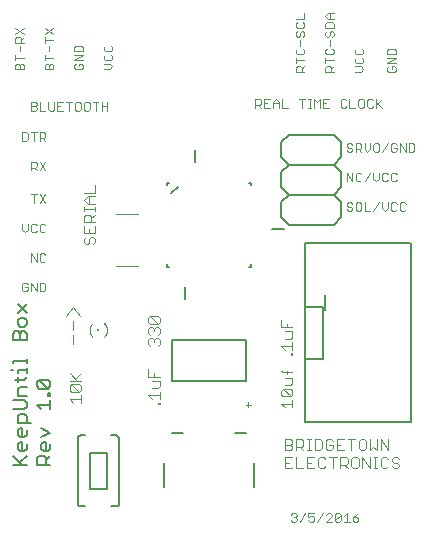
<source format=gto>
G75*
%MOIN*%
%OFA0B0*%
%FSLAX25Y25*%
%IPPOS*%
%LPD*%
%AMOC8*
5,1,8,0,0,1.08239X$1,22.5*
%
%ADD10C,0.00400*%
%ADD11C,0.00300*%
%ADD12C,0.00500*%
%ADD13C,0.00600*%
%ADD14R,0.00787X0.00787*%
%ADD15R,0.00984X0.00591*%
%ADD16C,0.00800*%
D10*
X0030794Y0067427D02*
X0030794Y0070496D01*
X0030794Y0072031D02*
X0030794Y0075100D01*
X0028492Y0076635D02*
X0030794Y0079704D01*
X0033096Y0076635D01*
X0037273Y0074156D02*
X0037196Y0074083D01*
X0037121Y0074008D01*
X0037050Y0073930D01*
X0036981Y0073849D01*
X0036915Y0073766D01*
X0036852Y0073681D01*
X0036793Y0073593D01*
X0036736Y0073504D01*
X0036683Y0073412D01*
X0036633Y0073318D01*
X0036587Y0073223D01*
X0036544Y0073126D01*
X0036505Y0073028D01*
X0036469Y0072928D01*
X0036437Y0072827D01*
X0036409Y0072725D01*
X0036384Y0072622D01*
X0036363Y0072518D01*
X0036346Y0072413D01*
X0036332Y0072308D01*
X0036323Y0072203D01*
X0036317Y0072097D01*
X0036315Y0071991D01*
X0036317Y0071885D01*
X0036323Y0071779D01*
X0036332Y0071674D01*
X0036346Y0071569D01*
X0036363Y0071464D01*
X0036384Y0071360D01*
X0036409Y0071257D01*
X0036437Y0071155D01*
X0036469Y0071054D01*
X0036505Y0070954D01*
X0036544Y0070856D01*
X0036587Y0070759D01*
X0036633Y0070664D01*
X0036683Y0070570D01*
X0036736Y0070478D01*
X0036793Y0070389D01*
X0036852Y0070301D01*
X0036915Y0070216D01*
X0036981Y0070133D01*
X0037050Y0070052D01*
X0037121Y0069974D01*
X0037196Y0069899D01*
X0037273Y0069826D01*
X0041209Y0069826D02*
X0041286Y0069899D01*
X0041361Y0069974D01*
X0041432Y0070052D01*
X0041501Y0070133D01*
X0041567Y0070216D01*
X0041630Y0070301D01*
X0041689Y0070389D01*
X0041746Y0070478D01*
X0041799Y0070570D01*
X0041849Y0070664D01*
X0041895Y0070759D01*
X0041938Y0070856D01*
X0041977Y0070954D01*
X0042013Y0071054D01*
X0042045Y0071155D01*
X0042073Y0071257D01*
X0042098Y0071360D01*
X0042119Y0071464D01*
X0042136Y0071569D01*
X0042150Y0071674D01*
X0042159Y0071779D01*
X0042165Y0071885D01*
X0042167Y0071991D01*
X0042165Y0072097D01*
X0042159Y0072203D01*
X0042150Y0072308D01*
X0042136Y0072413D01*
X0042119Y0072518D01*
X0042098Y0072622D01*
X0042073Y0072725D01*
X0042045Y0072827D01*
X0042013Y0072928D01*
X0041977Y0073028D01*
X0041938Y0073126D01*
X0041895Y0073223D01*
X0041849Y0073318D01*
X0041799Y0073412D01*
X0041746Y0073504D01*
X0041689Y0073593D01*
X0041630Y0073681D01*
X0041567Y0073766D01*
X0041501Y0073849D01*
X0041432Y0073930D01*
X0041361Y0074008D01*
X0041286Y0074083D01*
X0041209Y0074156D01*
X0045068Y0093250D02*
X0052548Y0093250D01*
X0052548Y0110573D02*
X0045068Y0110573D01*
X0042989Y0158962D02*
X0041120Y0158962D01*
X0041120Y0160830D02*
X0042989Y0160830D01*
X0043923Y0159896D01*
X0042989Y0158962D01*
X0043456Y0161909D02*
X0041588Y0161909D01*
X0041120Y0162376D01*
X0041120Y0163310D01*
X0041588Y0163777D01*
X0041588Y0164855D02*
X0043456Y0164855D01*
X0043923Y0165322D01*
X0043923Y0166256D01*
X0043456Y0166723D01*
X0041588Y0166723D02*
X0041120Y0166256D01*
X0041120Y0165322D01*
X0041588Y0164855D01*
X0043456Y0163777D02*
X0043923Y0163310D01*
X0043923Y0162376D01*
X0043456Y0161909D01*
X0034080Y0161909D02*
X0031278Y0161909D01*
X0034080Y0163777D01*
X0031278Y0163777D01*
X0031278Y0164855D02*
X0031278Y0166256D01*
X0031745Y0166723D01*
X0033613Y0166723D01*
X0034080Y0166256D01*
X0034080Y0164855D01*
X0031278Y0164855D01*
X0031745Y0160830D02*
X0031278Y0160363D01*
X0031278Y0159429D01*
X0031745Y0158962D01*
X0033613Y0158962D01*
X0034080Y0159429D01*
X0034080Y0160363D01*
X0033613Y0160830D01*
X0032679Y0160830D01*
X0032679Y0159896D01*
X0024238Y0160363D02*
X0024238Y0158962D01*
X0021435Y0158962D01*
X0021435Y0160363D01*
X0021902Y0160830D01*
X0022370Y0160830D01*
X0022837Y0160363D01*
X0022837Y0158962D01*
X0022837Y0160363D02*
X0023304Y0160830D01*
X0023771Y0160830D01*
X0024238Y0160363D01*
X0024238Y0162843D02*
X0021435Y0162843D01*
X0021435Y0161909D02*
X0021435Y0163777D01*
X0022837Y0164855D02*
X0022837Y0166723D01*
X0021435Y0167802D02*
X0021435Y0169670D01*
X0021435Y0168736D02*
X0024238Y0168736D01*
X0024238Y0170748D02*
X0021435Y0172617D01*
X0021435Y0170748D02*
X0024238Y0172617D01*
X0014395Y0172617D02*
X0011593Y0170748D01*
X0012060Y0169670D02*
X0011593Y0169203D01*
X0011593Y0167802D01*
X0014395Y0167802D01*
X0013461Y0167802D02*
X0013461Y0169203D01*
X0012994Y0169670D01*
X0012060Y0169670D01*
X0013461Y0168736D02*
X0014395Y0169670D01*
X0014395Y0170748D02*
X0011593Y0172617D01*
X0012994Y0166723D02*
X0012994Y0164855D01*
X0011593Y0163777D02*
X0011593Y0161909D01*
X0011593Y0162843D02*
X0014395Y0162843D01*
X0013928Y0160830D02*
X0014395Y0160363D01*
X0014395Y0158962D01*
X0011593Y0158962D01*
X0011593Y0160363D01*
X0012060Y0160830D01*
X0012527Y0160830D01*
X0012994Y0160363D01*
X0012994Y0158962D01*
X0012994Y0160363D02*
X0013461Y0160830D01*
X0013928Y0160830D01*
X0105097Y0160924D02*
X0105097Y0162793D01*
X0105097Y0161859D02*
X0107899Y0161859D01*
X0107899Y0159846D02*
X0106965Y0158912D01*
X0106965Y0159379D02*
X0106965Y0157978D01*
X0107899Y0157978D02*
X0105097Y0157978D01*
X0105097Y0159379D01*
X0105564Y0159846D01*
X0106498Y0159846D01*
X0106965Y0159379D01*
X0107432Y0163871D02*
X0105564Y0163871D01*
X0105097Y0164338D01*
X0105097Y0165272D01*
X0105564Y0165739D01*
X0106498Y0166818D02*
X0106498Y0168686D01*
X0106031Y0169764D02*
X0105564Y0169764D01*
X0105097Y0170231D01*
X0105097Y0171165D01*
X0105564Y0171632D01*
X0106498Y0171165D02*
X0106965Y0171632D01*
X0107432Y0171632D01*
X0107899Y0171165D01*
X0107899Y0170231D01*
X0107432Y0169764D01*
X0106498Y0170231D02*
X0106498Y0171165D01*
X0106498Y0170231D02*
X0106031Y0169764D01*
X0105564Y0172711D02*
X0107432Y0172711D01*
X0107899Y0173178D01*
X0107899Y0174112D01*
X0107432Y0174579D01*
X0107899Y0175657D02*
X0105097Y0175657D01*
X0105564Y0174579D02*
X0105097Y0174112D01*
X0105097Y0173178D01*
X0105564Y0172711D01*
X0107899Y0175657D02*
X0107899Y0177525D01*
X0114939Y0176591D02*
X0115873Y0177525D01*
X0117742Y0177525D01*
X0116341Y0177525D02*
X0116341Y0175657D01*
X0115873Y0175657D02*
X0114939Y0176591D01*
X0115873Y0175657D02*
X0117742Y0175657D01*
X0117275Y0174579D02*
X0115406Y0174579D01*
X0114939Y0174112D01*
X0114939Y0172711D01*
X0117742Y0172711D01*
X0117742Y0174112D01*
X0117275Y0174579D01*
X0117275Y0171632D02*
X0117742Y0171165D01*
X0117742Y0170231D01*
X0117275Y0169764D01*
X0116341Y0170231D02*
X0116341Y0171165D01*
X0116808Y0171632D01*
X0117275Y0171632D01*
X0116341Y0170231D02*
X0115873Y0169764D01*
X0115406Y0169764D01*
X0114939Y0170231D01*
X0114939Y0171165D01*
X0115406Y0171632D01*
X0116341Y0168686D02*
X0116341Y0166818D01*
X0117275Y0165739D02*
X0117742Y0165272D01*
X0117742Y0164338D01*
X0117275Y0163871D01*
X0115406Y0163871D01*
X0114939Y0164338D01*
X0114939Y0165272D01*
X0115406Y0165739D01*
X0114939Y0162793D02*
X0114939Y0160924D01*
X0114939Y0161859D02*
X0117742Y0161859D01*
X0117742Y0159846D02*
X0116808Y0158912D01*
X0116808Y0159379D02*
X0116808Y0157978D01*
X0117742Y0157978D02*
X0114939Y0157978D01*
X0114939Y0159379D01*
X0115406Y0159846D01*
X0116341Y0159846D01*
X0116808Y0159379D01*
X0124782Y0159846D02*
X0126650Y0159846D01*
X0127584Y0158912D01*
X0126650Y0157978D01*
X0124782Y0157978D01*
X0125249Y0160924D02*
X0127117Y0160924D01*
X0127584Y0161392D01*
X0127584Y0162326D01*
X0127117Y0162793D01*
X0127117Y0163871D02*
X0127584Y0164338D01*
X0127584Y0165272D01*
X0127117Y0165739D01*
X0127117Y0163871D02*
X0125249Y0163871D01*
X0124782Y0164338D01*
X0124782Y0165272D01*
X0125249Y0165739D01*
X0125249Y0162793D02*
X0124782Y0162326D01*
X0124782Y0161392D01*
X0125249Y0160924D01*
X0135609Y0160924D02*
X0138411Y0162793D01*
X0135609Y0162793D01*
X0135609Y0163871D02*
X0135609Y0165272D01*
X0136076Y0165739D01*
X0137944Y0165739D01*
X0138411Y0165272D01*
X0138411Y0163871D01*
X0135609Y0163871D01*
X0135609Y0160924D02*
X0138411Y0160924D01*
X0137944Y0159846D02*
X0137010Y0159846D01*
X0137010Y0158912D01*
X0136076Y0157978D02*
X0137944Y0157978D01*
X0138411Y0158445D01*
X0138411Y0159379D01*
X0137944Y0159846D01*
X0136076Y0159846D02*
X0135609Y0159379D01*
X0135609Y0158445D01*
X0136076Y0157978D01*
X0135733Y0134206D02*
X0133865Y0131403D01*
X0132787Y0131870D02*
X0132787Y0133738D01*
X0132319Y0134206D01*
X0131385Y0134206D01*
X0130918Y0133738D01*
X0130918Y0131870D01*
X0131385Y0131403D01*
X0132319Y0131403D01*
X0132787Y0131870D01*
X0129840Y0132337D02*
X0129840Y0134206D01*
X0127972Y0134206D02*
X0127972Y0132337D01*
X0128906Y0131403D01*
X0129840Y0132337D01*
X0126894Y0132804D02*
X0126426Y0132337D01*
X0125025Y0132337D01*
X0125025Y0131403D02*
X0125025Y0134206D01*
X0126426Y0134206D01*
X0126894Y0133738D01*
X0126894Y0132804D01*
X0125959Y0132337D02*
X0126894Y0131403D01*
X0123947Y0131870D02*
X0123480Y0131403D01*
X0122546Y0131403D01*
X0122079Y0131870D01*
X0122546Y0132804D02*
X0122079Y0133271D01*
X0122079Y0133738D01*
X0122546Y0134206D01*
X0123480Y0134206D01*
X0123947Y0133738D01*
X0123480Y0132804D02*
X0123947Y0132337D01*
X0123947Y0131870D01*
X0123480Y0132804D02*
X0122546Y0132804D01*
X0122079Y0124363D02*
X0123947Y0121561D01*
X0123947Y0124363D01*
X0125025Y0123896D02*
X0125025Y0122028D01*
X0125492Y0121561D01*
X0126426Y0121561D01*
X0126894Y0122028D01*
X0127972Y0121561D02*
X0129840Y0124363D01*
X0130918Y0124363D02*
X0130918Y0122495D01*
X0131852Y0121561D01*
X0132787Y0122495D01*
X0132787Y0124363D01*
X0133865Y0123896D02*
X0133865Y0122028D01*
X0134332Y0121561D01*
X0135266Y0121561D01*
X0135733Y0122028D01*
X0136811Y0122028D02*
X0137278Y0121561D01*
X0138213Y0121561D01*
X0138680Y0122028D01*
X0138680Y0123896D02*
X0138213Y0124363D01*
X0137278Y0124363D01*
X0136811Y0123896D01*
X0136811Y0122028D01*
X0135733Y0123896D02*
X0135266Y0124363D01*
X0134332Y0124363D01*
X0133865Y0123896D01*
X0126894Y0123896D02*
X0126426Y0124363D01*
X0125492Y0124363D01*
X0125025Y0123896D01*
X0122079Y0124363D02*
X0122079Y0121561D01*
X0122546Y0114520D02*
X0122079Y0114053D01*
X0122079Y0113586D01*
X0122546Y0113119D01*
X0123480Y0113119D01*
X0123947Y0112652D01*
X0123947Y0112185D01*
X0123480Y0111718D01*
X0122546Y0111718D01*
X0122079Y0112185D01*
X0122546Y0114520D02*
X0123480Y0114520D01*
X0123947Y0114053D01*
X0125025Y0114053D02*
X0125025Y0112185D01*
X0125492Y0111718D01*
X0126426Y0111718D01*
X0126894Y0112185D01*
X0126894Y0114053D01*
X0126426Y0114520D01*
X0125492Y0114520D01*
X0125025Y0114053D01*
X0127972Y0114520D02*
X0127972Y0111718D01*
X0129840Y0111718D01*
X0130918Y0111718D02*
X0132787Y0114520D01*
X0133865Y0114520D02*
X0133865Y0112652D01*
X0134799Y0111718D01*
X0135733Y0112652D01*
X0135733Y0114520D01*
X0136811Y0114053D02*
X0136811Y0112185D01*
X0137278Y0111718D01*
X0138213Y0111718D01*
X0138680Y0112185D01*
X0139758Y0112185D02*
X0139758Y0114053D01*
X0140225Y0114520D01*
X0141159Y0114520D01*
X0141626Y0114053D01*
X0141626Y0112185D02*
X0141159Y0111718D01*
X0140225Y0111718D01*
X0139758Y0112185D01*
X0138680Y0114053D02*
X0138213Y0114520D01*
X0137278Y0114520D01*
X0136811Y0114053D01*
X0137278Y0131403D02*
X0138213Y0131403D01*
X0138680Y0131870D01*
X0138680Y0132804D01*
X0137745Y0132804D01*
X0136811Y0131870D02*
X0137278Y0131403D01*
X0136811Y0131870D02*
X0136811Y0133738D01*
X0137278Y0134206D01*
X0138213Y0134206D01*
X0138680Y0133738D01*
X0139758Y0134206D02*
X0139758Y0131403D01*
X0141626Y0131403D02*
X0139758Y0134206D01*
X0141626Y0134206D02*
X0141626Y0131403D01*
X0142704Y0131403D02*
X0142704Y0134206D01*
X0144106Y0134206D01*
X0144573Y0133738D01*
X0144573Y0131870D01*
X0144106Y0131403D01*
X0142704Y0131403D01*
X0107899Y0164338D02*
X0107899Y0165272D01*
X0107432Y0165739D01*
X0107899Y0164338D02*
X0107432Y0163871D01*
X0106977Y0035534D02*
X0105176Y0035534D01*
X0105176Y0031931D01*
X0105176Y0033132D02*
X0106977Y0033132D01*
X0107578Y0033732D01*
X0107578Y0034933D01*
X0106977Y0035534D01*
X0108859Y0035534D02*
X0110060Y0035534D01*
X0109459Y0035534D02*
X0109459Y0031931D01*
X0108859Y0031931D02*
X0110060Y0031931D01*
X0111314Y0031931D02*
X0113116Y0031931D01*
X0113716Y0032531D01*
X0113716Y0034933D01*
X0113116Y0035534D01*
X0111314Y0035534D01*
X0111314Y0031931D01*
X0111261Y0029534D02*
X0108859Y0029534D01*
X0108859Y0025931D01*
X0111261Y0025931D01*
X0112542Y0026531D02*
X0112542Y0028933D01*
X0113143Y0029534D01*
X0114344Y0029534D01*
X0114944Y0028933D01*
X0116225Y0029534D02*
X0118627Y0029534D01*
X0117426Y0029534D02*
X0117426Y0025931D01*
X0114944Y0026531D02*
X0114344Y0025931D01*
X0113143Y0025931D01*
X0112542Y0026531D01*
X0110060Y0027732D02*
X0108859Y0027732D01*
X0107578Y0025931D02*
X0105176Y0025931D01*
X0105176Y0029534D01*
X0103895Y0029534D02*
X0101493Y0029534D01*
X0101493Y0025931D01*
X0103895Y0025931D01*
X0102694Y0027732D02*
X0101493Y0027732D01*
X0101493Y0031931D02*
X0103294Y0031931D01*
X0103895Y0032531D01*
X0103895Y0033132D01*
X0103294Y0033732D01*
X0101493Y0033732D01*
X0101493Y0031931D02*
X0101493Y0035534D01*
X0103294Y0035534D01*
X0103895Y0034933D01*
X0103895Y0034333D01*
X0103294Y0033732D01*
X0106377Y0033132D02*
X0107578Y0031931D01*
X0114997Y0032531D02*
X0115598Y0031931D01*
X0116799Y0031931D01*
X0117400Y0032531D01*
X0117400Y0033732D01*
X0116198Y0033732D01*
X0114997Y0034933D02*
X0114997Y0032531D01*
X0114997Y0034933D02*
X0115598Y0035534D01*
X0116799Y0035534D01*
X0117400Y0034933D01*
X0118681Y0035534D02*
X0118681Y0031931D01*
X0121083Y0031931D01*
X0119882Y0033732D02*
X0118681Y0033732D01*
X0118681Y0035534D02*
X0121083Y0035534D01*
X0122364Y0035534D02*
X0124766Y0035534D01*
X0123565Y0035534D02*
X0123565Y0031931D01*
X0124192Y0029534D02*
X0123591Y0028933D01*
X0123591Y0026531D01*
X0124192Y0025931D01*
X0125393Y0025931D01*
X0125994Y0026531D01*
X0125994Y0028933D01*
X0125393Y0029534D01*
X0124192Y0029534D01*
X0126647Y0031931D02*
X0127848Y0031931D01*
X0128449Y0032531D01*
X0128449Y0034933D01*
X0127848Y0035534D01*
X0126647Y0035534D01*
X0126047Y0034933D01*
X0126047Y0032531D01*
X0126647Y0031931D01*
X0127275Y0029534D02*
X0129677Y0025931D01*
X0129677Y0029534D01*
X0130958Y0029534D02*
X0132159Y0029534D01*
X0131558Y0029534D02*
X0131558Y0025931D01*
X0130958Y0025931D02*
X0132159Y0025931D01*
X0133413Y0026531D02*
X0133413Y0028933D01*
X0134014Y0029534D01*
X0135215Y0029534D01*
X0135815Y0028933D01*
X0137096Y0028933D02*
X0137096Y0028333D01*
X0137697Y0027732D01*
X0138898Y0027732D01*
X0139498Y0027132D01*
X0139498Y0026531D01*
X0138898Y0025931D01*
X0137697Y0025931D01*
X0137096Y0026531D01*
X0135815Y0026531D02*
X0135215Y0025931D01*
X0134014Y0025931D01*
X0133413Y0026531D01*
X0137096Y0028933D02*
X0137697Y0029534D01*
X0138898Y0029534D01*
X0139498Y0028933D01*
X0135815Y0031931D02*
X0135815Y0035534D01*
X0133413Y0035534D02*
X0135815Y0031931D01*
X0133413Y0031931D02*
X0133413Y0035534D01*
X0132132Y0035534D02*
X0132132Y0031931D01*
X0130931Y0033132D01*
X0129730Y0031931D01*
X0129730Y0035534D01*
X0127275Y0029534D02*
X0127275Y0025931D01*
X0122310Y0025931D02*
X0121109Y0027132D01*
X0121710Y0027132D02*
X0119908Y0027132D01*
X0119908Y0025931D02*
X0119908Y0029534D01*
X0121710Y0029534D01*
X0122310Y0028933D01*
X0122310Y0027732D01*
X0121710Y0027132D01*
D11*
X0122024Y0010977D02*
X0122024Y0008074D01*
X0121057Y0008074D02*
X0122992Y0008074D01*
X0124003Y0008558D02*
X0124003Y0009526D01*
X0125455Y0009526D01*
X0125938Y0009042D01*
X0125938Y0008558D01*
X0125455Y0008074D01*
X0124487Y0008074D01*
X0124003Y0008558D01*
X0124003Y0009526D02*
X0124971Y0010493D01*
X0125938Y0010977D01*
X0122024Y0010977D02*
X0121057Y0010009D01*
X0120045Y0010493D02*
X0120045Y0008558D01*
X0119562Y0008074D01*
X0118594Y0008074D01*
X0118110Y0008558D01*
X0120045Y0010493D01*
X0119562Y0010977D01*
X0118594Y0010977D01*
X0118110Y0010493D01*
X0118110Y0008558D01*
X0117099Y0008074D02*
X0115164Y0008074D01*
X0117099Y0010009D01*
X0117099Y0010493D01*
X0116615Y0010977D01*
X0115648Y0010977D01*
X0115164Y0010493D01*
X0114152Y0010977D02*
X0112217Y0008074D01*
X0111206Y0008558D02*
X0111206Y0009526D01*
X0110722Y0010009D01*
X0110238Y0010009D01*
X0109271Y0009526D01*
X0109271Y0010977D01*
X0111206Y0010977D01*
X0111206Y0008558D02*
X0110722Y0008074D01*
X0109755Y0008074D01*
X0109271Y0008558D01*
X0108259Y0010977D02*
X0106324Y0008074D01*
X0105313Y0008558D02*
X0104829Y0008074D01*
X0103862Y0008074D01*
X0103378Y0008558D01*
X0104345Y0009526D02*
X0104829Y0009526D01*
X0105313Y0009042D01*
X0105313Y0008558D01*
X0104829Y0009526D02*
X0105313Y0010009D01*
X0105313Y0010493D01*
X0104829Y0010977D01*
X0103862Y0010977D01*
X0103378Y0010493D01*
X0103933Y0046196D02*
X0103933Y0048664D01*
X0103933Y0047430D02*
X0100230Y0047430D01*
X0101465Y0046196D01*
X0100848Y0049879D02*
X0100230Y0050496D01*
X0100230Y0051730D01*
X0100848Y0052348D01*
X0103316Y0049879D01*
X0103933Y0050496D01*
X0103933Y0051730D01*
X0103316Y0052348D01*
X0100848Y0052348D01*
X0101465Y0053562D02*
X0103316Y0053562D01*
X0103933Y0054179D01*
X0103933Y0056031D01*
X0101465Y0056031D01*
X0102082Y0057245D02*
X0102082Y0058479D01*
X0100848Y0057862D02*
X0100230Y0058479D01*
X0100848Y0057862D02*
X0103933Y0057862D01*
X0103933Y0063637D02*
X0103933Y0064254D01*
X0103316Y0064254D01*
X0103316Y0063637D01*
X0103933Y0063637D01*
X0103933Y0065478D02*
X0103933Y0067947D01*
X0103933Y0066713D02*
X0100230Y0066713D01*
X0101465Y0065478D01*
X0101465Y0069161D02*
X0103316Y0069161D01*
X0103933Y0069779D01*
X0103933Y0071630D01*
X0101465Y0071630D01*
X0102082Y0072844D02*
X0102082Y0074079D01*
X0103933Y0072844D02*
X0100230Y0072844D01*
X0100230Y0075313D01*
X0100848Y0049879D02*
X0103316Y0049879D01*
X0090233Y0047174D02*
X0088298Y0047174D01*
X0089265Y0046207D02*
X0089265Y0048142D01*
X0059642Y0047797D02*
X0059642Y0047180D01*
X0059025Y0047180D01*
X0059025Y0047797D01*
X0059642Y0047797D01*
X0059642Y0049021D02*
X0059642Y0051490D01*
X0059642Y0050256D02*
X0055939Y0050256D01*
X0057173Y0049021D01*
X0057173Y0052705D02*
X0059025Y0052705D01*
X0059642Y0053322D01*
X0059642Y0055173D01*
X0057173Y0055173D01*
X0057791Y0056388D02*
X0057791Y0057622D01*
X0059642Y0056388D02*
X0055939Y0056388D01*
X0055939Y0058857D01*
X0056556Y0066767D02*
X0055939Y0067384D01*
X0055939Y0068618D01*
X0056556Y0069235D01*
X0057173Y0069235D01*
X0057791Y0068618D01*
X0058408Y0069235D01*
X0059025Y0069235D01*
X0059642Y0068618D01*
X0059642Y0067384D01*
X0059025Y0066767D01*
X0057791Y0068001D02*
X0057791Y0068618D01*
X0059025Y0070450D02*
X0059642Y0071067D01*
X0059642Y0072301D01*
X0059025Y0072918D01*
X0058408Y0072918D01*
X0057791Y0072301D01*
X0057791Y0071684D01*
X0057791Y0072301D02*
X0057173Y0072918D01*
X0056556Y0072918D01*
X0055939Y0072301D01*
X0055939Y0071067D01*
X0056556Y0070450D01*
X0056556Y0074133D02*
X0055939Y0074750D01*
X0055939Y0075984D01*
X0056556Y0076602D01*
X0059025Y0074133D01*
X0059642Y0074750D01*
X0059642Y0075984D01*
X0059025Y0076602D01*
X0056556Y0076602D01*
X0056556Y0074133D02*
X0059025Y0074133D01*
X0037513Y0100639D02*
X0038130Y0101257D01*
X0038130Y0102491D01*
X0037513Y0103108D01*
X0036896Y0103108D01*
X0036279Y0102491D01*
X0036279Y0101257D01*
X0035662Y0100639D01*
X0035044Y0100639D01*
X0034427Y0101257D01*
X0034427Y0102491D01*
X0035044Y0103108D01*
X0034427Y0104323D02*
X0038130Y0104323D01*
X0038130Y0106791D01*
X0038130Y0108006D02*
X0034427Y0108006D01*
X0034427Y0109857D01*
X0035044Y0110475D01*
X0036279Y0110475D01*
X0036896Y0109857D01*
X0036896Y0108006D01*
X0036896Y0109240D02*
X0038130Y0110475D01*
X0038130Y0111689D02*
X0038130Y0112923D01*
X0038130Y0112306D02*
X0034427Y0112306D01*
X0034427Y0111689D02*
X0034427Y0112923D01*
X0035662Y0114144D02*
X0034427Y0115379D01*
X0035662Y0116613D01*
X0038130Y0116613D01*
X0038130Y0117827D02*
X0038130Y0120296D01*
X0038130Y0117827D02*
X0034427Y0117827D01*
X0036279Y0116613D02*
X0036279Y0114144D01*
X0035662Y0114144D02*
X0038130Y0114144D01*
X0034427Y0106791D02*
X0034427Y0104323D01*
X0036279Y0104323D02*
X0036279Y0105557D01*
X0021608Y0105015D02*
X0021124Y0104531D01*
X0020157Y0104531D01*
X0019673Y0105015D01*
X0019673Y0106950D01*
X0020157Y0107434D01*
X0021124Y0107434D01*
X0021608Y0106950D01*
X0018661Y0106950D02*
X0018177Y0107434D01*
X0017210Y0107434D01*
X0016726Y0106950D01*
X0016726Y0105015D01*
X0017210Y0104531D01*
X0018177Y0104531D01*
X0018661Y0105015D01*
X0015715Y0105499D02*
X0015715Y0107434D01*
X0013780Y0107434D02*
X0013780Y0105499D01*
X0014747Y0104531D01*
X0015715Y0105499D01*
X0016726Y0097591D02*
X0018661Y0094689D01*
X0018661Y0097591D01*
X0019673Y0097107D02*
X0019673Y0095172D01*
X0020157Y0094689D01*
X0021124Y0094689D01*
X0021608Y0095172D01*
X0021608Y0097107D02*
X0021124Y0097591D01*
X0020157Y0097591D01*
X0019673Y0097107D01*
X0016726Y0097591D02*
X0016726Y0094689D01*
X0016726Y0087749D02*
X0018661Y0084846D01*
X0018661Y0087749D01*
X0019673Y0087749D02*
X0019673Y0084846D01*
X0021124Y0084846D01*
X0021608Y0085330D01*
X0021608Y0087265D01*
X0021124Y0087749D01*
X0019673Y0087749D01*
X0016726Y0087749D02*
X0016726Y0084846D01*
X0015715Y0085330D02*
X0015715Y0086297D01*
X0014747Y0086297D01*
X0013780Y0085330D02*
X0014263Y0084846D01*
X0015231Y0084846D01*
X0015715Y0085330D01*
X0015715Y0087265D02*
X0015231Y0087749D01*
X0014263Y0087749D01*
X0013780Y0087265D01*
X0013780Y0085330D01*
X0029640Y0057546D02*
X0032109Y0055078D01*
X0031491Y0055695D02*
X0033343Y0057546D01*
X0033343Y0055078D02*
X0029640Y0055078D01*
X0030257Y0053863D02*
X0029640Y0053246D01*
X0029640Y0052012D01*
X0030257Y0051395D01*
X0032726Y0051395D01*
X0030257Y0053863D01*
X0032726Y0053863D01*
X0033343Y0053246D01*
X0033343Y0052012D01*
X0032726Y0051395D01*
X0033343Y0050180D02*
X0033343Y0047711D01*
X0033343Y0048946D02*
X0029640Y0048946D01*
X0030874Y0047711D01*
X0021608Y0114374D02*
X0019673Y0117276D01*
X0018661Y0117276D02*
X0016726Y0117276D01*
X0017694Y0117276D02*
X0017694Y0114374D01*
X0019673Y0114374D02*
X0021608Y0117276D01*
X0021608Y0125200D02*
X0019673Y0128103D01*
X0018661Y0127619D02*
X0018661Y0126652D01*
X0018177Y0126168D01*
X0016726Y0126168D01*
X0016726Y0125200D02*
X0016726Y0128103D01*
X0018177Y0128103D01*
X0018661Y0127619D01*
X0017694Y0126168D02*
X0018661Y0125200D01*
X0019673Y0125200D02*
X0021608Y0128103D01*
X0021608Y0135043D02*
X0020640Y0136010D01*
X0021124Y0136010D02*
X0019673Y0136010D01*
X0019673Y0135043D02*
X0019673Y0137945D01*
X0021124Y0137945D01*
X0021608Y0137462D01*
X0021608Y0136494D01*
X0021124Y0136010D01*
X0018661Y0137945D02*
X0016726Y0137945D01*
X0017694Y0137945D02*
X0017694Y0135043D01*
X0015715Y0135527D02*
X0015715Y0137462D01*
X0015231Y0137945D01*
X0013780Y0137945D01*
X0013780Y0135043D01*
X0015231Y0135043D01*
X0015715Y0135527D01*
X0016714Y0145133D02*
X0018165Y0145133D01*
X0018649Y0145616D01*
X0018649Y0146100D01*
X0018165Y0146584D01*
X0016714Y0146584D01*
X0018165Y0146584D02*
X0018649Y0147068D01*
X0018649Y0147551D01*
X0018165Y0148035D01*
X0016714Y0148035D01*
X0016714Y0145133D01*
X0019660Y0145133D02*
X0019660Y0148035D01*
X0019660Y0145133D02*
X0021595Y0145133D01*
X0022607Y0145616D02*
X0023091Y0145133D01*
X0024058Y0145133D01*
X0024542Y0145616D01*
X0024542Y0148035D01*
X0025553Y0148035D02*
X0025553Y0145133D01*
X0027488Y0145133D01*
X0026521Y0146584D02*
X0025553Y0146584D01*
X0025553Y0148035D02*
X0027488Y0148035D01*
X0028500Y0148035D02*
X0030435Y0148035D01*
X0029467Y0148035D02*
X0029467Y0145133D01*
X0031446Y0145616D02*
X0031446Y0147551D01*
X0031930Y0148035D01*
X0032898Y0148035D01*
X0033381Y0147551D01*
X0033381Y0145616D01*
X0032898Y0145133D01*
X0031930Y0145133D01*
X0031446Y0145616D01*
X0034393Y0145616D02*
X0034877Y0145133D01*
X0035844Y0145133D01*
X0036328Y0145616D01*
X0036328Y0147551D01*
X0035844Y0148035D01*
X0034877Y0148035D01*
X0034393Y0147551D01*
X0034393Y0145616D01*
X0037339Y0148035D02*
X0039274Y0148035D01*
X0038307Y0148035D02*
X0038307Y0145133D01*
X0040286Y0145133D02*
X0040286Y0148035D01*
X0040286Y0146584D02*
X0042221Y0146584D01*
X0042221Y0148035D02*
X0042221Y0145133D01*
X0022607Y0145616D02*
X0022607Y0148035D01*
X0091517Y0147084D02*
X0092968Y0147084D01*
X0093452Y0147568D01*
X0093452Y0148536D01*
X0092968Y0149019D01*
X0091517Y0149019D01*
X0091517Y0146117D01*
X0092484Y0147084D02*
X0093452Y0146117D01*
X0094463Y0146117D02*
X0094463Y0149019D01*
X0096398Y0149019D01*
X0097410Y0148052D02*
X0097410Y0146117D01*
X0096398Y0146117D02*
X0094463Y0146117D01*
X0094463Y0147568D02*
X0095431Y0147568D01*
X0097410Y0147568D02*
X0099345Y0147568D01*
X0099345Y0148052D02*
X0099345Y0146117D01*
X0100356Y0146117D02*
X0100356Y0149019D01*
X0099345Y0148052D02*
X0098377Y0149019D01*
X0097410Y0148052D01*
X0100356Y0146117D02*
X0102291Y0146117D01*
X0106250Y0149019D02*
X0108184Y0149019D01*
X0107217Y0149019D02*
X0107217Y0146117D01*
X0109196Y0146117D02*
X0110164Y0146117D01*
X0109680Y0146117D02*
X0109680Y0149019D01*
X0109196Y0149019D02*
X0110164Y0149019D01*
X0111160Y0149019D02*
X0111160Y0146117D01*
X0113095Y0146117D02*
X0113095Y0149019D01*
X0112128Y0148052D01*
X0111160Y0149019D01*
X0114107Y0149019D02*
X0114107Y0146117D01*
X0116042Y0146117D01*
X0115074Y0147568D02*
X0114107Y0147568D01*
X0114107Y0149019D02*
X0116042Y0149019D01*
X0120000Y0148536D02*
X0120000Y0146601D01*
X0120484Y0146117D01*
X0121451Y0146117D01*
X0121935Y0146601D01*
X0122946Y0146117D02*
X0122946Y0149019D01*
X0121935Y0148536D02*
X0121451Y0149019D01*
X0120484Y0149019D01*
X0120000Y0148536D01*
X0122946Y0146117D02*
X0124881Y0146117D01*
X0125893Y0146601D02*
X0125893Y0148536D01*
X0126377Y0149019D01*
X0127344Y0149019D01*
X0127828Y0148536D01*
X0127828Y0146601D01*
X0127344Y0146117D01*
X0126377Y0146117D01*
X0125893Y0146601D01*
X0128839Y0146601D02*
X0129323Y0146117D01*
X0130291Y0146117D01*
X0130774Y0146601D01*
X0131786Y0147084D02*
X0133721Y0149019D01*
X0131786Y0149019D02*
X0131786Y0146117D01*
X0132270Y0147568D02*
X0133721Y0146117D01*
X0130774Y0148536D02*
X0130291Y0149019D01*
X0129323Y0149019D01*
X0128839Y0148536D01*
X0128839Y0146601D01*
D12*
X0015330Y0027122D02*
X0010826Y0027122D01*
X0013078Y0027873D02*
X0015330Y0030125D01*
X0014579Y0031726D02*
X0013078Y0031726D01*
X0012327Y0032477D01*
X0012327Y0033978D01*
X0013078Y0034729D01*
X0013828Y0034729D01*
X0013828Y0031726D01*
X0014579Y0031726D02*
X0015330Y0032477D01*
X0015330Y0033978D01*
X0014579Y0036330D02*
X0013078Y0036330D01*
X0012327Y0037081D01*
X0012327Y0038582D01*
X0013078Y0039333D01*
X0013828Y0039333D01*
X0013828Y0036330D01*
X0014579Y0036330D02*
X0015330Y0037081D01*
X0015330Y0038582D01*
X0015330Y0040934D02*
X0015330Y0043186D01*
X0014579Y0043937D01*
X0013078Y0043937D01*
X0012327Y0043186D01*
X0012327Y0040934D01*
X0016831Y0040934D01*
X0020201Y0039333D02*
X0023204Y0037832D01*
X0020201Y0036330D01*
X0020952Y0034729D02*
X0020201Y0033978D01*
X0020201Y0032477D01*
X0020952Y0031726D01*
X0022453Y0031726D01*
X0023204Y0032477D01*
X0023204Y0033978D01*
X0021702Y0034729D02*
X0021702Y0031726D01*
X0020952Y0030125D02*
X0019450Y0030125D01*
X0018700Y0029374D01*
X0018700Y0027122D01*
X0023204Y0027122D01*
X0021702Y0027122D02*
X0021702Y0029374D01*
X0020952Y0030125D01*
X0021702Y0028624D02*
X0023204Y0030125D01*
X0021702Y0034729D02*
X0020952Y0034729D01*
X0013828Y0027122D02*
X0010826Y0030125D01*
X0010826Y0045538D02*
X0014579Y0045538D01*
X0015330Y0046289D01*
X0015330Y0047790D01*
X0014579Y0048541D01*
X0010826Y0048541D01*
X0012327Y0050142D02*
X0012327Y0052394D01*
X0013078Y0053145D01*
X0015330Y0053145D01*
X0015330Y0050142D02*
X0012327Y0050142D01*
X0012327Y0054746D02*
X0012327Y0056247D01*
X0011576Y0055497D02*
X0014579Y0055497D01*
X0015330Y0056247D01*
X0015330Y0057815D02*
X0015330Y0059317D01*
X0015330Y0058566D02*
X0012327Y0058566D01*
X0012327Y0057815D01*
X0010826Y0058566D02*
X0010075Y0058566D01*
X0010826Y0060885D02*
X0010826Y0061635D01*
X0015330Y0061635D01*
X0015330Y0060885D02*
X0015330Y0062386D01*
X0019450Y0055447D02*
X0022453Y0052444D01*
X0023204Y0053195D01*
X0023204Y0054696D01*
X0022453Y0055447D01*
X0019450Y0055447D01*
X0018700Y0054696D01*
X0018700Y0053195D01*
X0019450Y0052444D01*
X0022453Y0052444D01*
X0022453Y0050893D02*
X0023204Y0050893D01*
X0023204Y0050142D01*
X0022453Y0050142D01*
X0022453Y0050893D01*
X0023204Y0048541D02*
X0023204Y0045538D01*
X0023204Y0047039D02*
X0018700Y0047039D01*
X0020201Y0045538D01*
X0015330Y0068558D02*
X0010826Y0068558D01*
X0010826Y0070810D01*
X0011576Y0071560D01*
X0012327Y0071560D01*
X0013078Y0070810D01*
X0013078Y0068558D01*
X0013078Y0070810D02*
X0013828Y0071560D01*
X0014579Y0071560D01*
X0015330Y0070810D01*
X0015330Y0068558D01*
X0014579Y0073162D02*
X0013078Y0073162D01*
X0012327Y0073912D01*
X0012327Y0075414D01*
X0013078Y0076164D01*
X0014579Y0076164D01*
X0015330Y0075414D01*
X0015330Y0073912D01*
X0014579Y0073162D01*
X0015330Y0077766D02*
X0012327Y0080768D01*
X0012327Y0077766D02*
X0015330Y0080768D01*
D13*
X0062091Y0093148D02*
X0062091Y0093848D01*
X0062091Y0093148D02*
X0062791Y0093148D01*
X0068091Y0086248D02*
X0068091Y0082248D01*
X0063792Y0068719D02*
X0088391Y0068719D01*
X0088391Y0055097D01*
X0063792Y0055097D01*
X0063792Y0068719D01*
X0089391Y0093148D02*
X0090091Y0093148D01*
X0090091Y0093848D01*
X0097091Y0105648D02*
X0101091Y0105648D01*
X0102765Y0107030D02*
X0117765Y0107030D01*
X0120265Y0109530D01*
X0120265Y0114530D01*
X0117765Y0117030D01*
X0102765Y0117030D01*
X0100265Y0114530D01*
X0100265Y0109530D01*
X0102765Y0107030D01*
X0102765Y0117030D02*
X0100265Y0119530D01*
X0100265Y0124530D01*
X0102765Y0127030D01*
X0117765Y0127030D01*
X0120265Y0124530D01*
X0120265Y0119530D01*
X0117765Y0117030D01*
X0117765Y0127030D02*
X0120265Y0129530D01*
X0120265Y0134530D01*
X0117765Y0137030D01*
X0102765Y0137030D01*
X0100265Y0134530D01*
X0100265Y0129530D01*
X0102765Y0127030D01*
X0090091Y0121148D02*
X0090091Y0120448D01*
X0090091Y0121148D02*
X0089391Y0121148D01*
X0071391Y0128048D02*
X0071391Y0132048D01*
X0062791Y0121148D02*
X0062091Y0121148D01*
X0062091Y0120448D01*
X0063591Y0117548D02*
X0065691Y0119648D01*
D14*
X0039241Y0071991D03*
D15*
X0041505Y0074057D03*
D16*
X0043572Y0036872D02*
X0045146Y0036872D01*
X0045208Y0036870D01*
X0045269Y0036864D01*
X0045330Y0036855D01*
X0045391Y0036841D01*
X0045450Y0036824D01*
X0045508Y0036803D01*
X0045565Y0036778D01*
X0045620Y0036750D01*
X0045673Y0036719D01*
X0045724Y0036684D01*
X0045773Y0036646D01*
X0045820Y0036605D01*
X0045863Y0036562D01*
X0045904Y0036515D01*
X0045942Y0036466D01*
X0045977Y0036415D01*
X0046008Y0036362D01*
X0046036Y0036307D01*
X0046061Y0036250D01*
X0046082Y0036192D01*
X0046099Y0036133D01*
X0046113Y0036072D01*
X0046122Y0036011D01*
X0046128Y0035950D01*
X0046130Y0035888D01*
X0046131Y0035888D02*
X0046131Y0014235D01*
X0046130Y0014235D02*
X0046128Y0014173D01*
X0046122Y0014112D01*
X0046113Y0014051D01*
X0046099Y0013990D01*
X0046082Y0013931D01*
X0046061Y0013873D01*
X0046036Y0013816D01*
X0046008Y0013761D01*
X0045977Y0013708D01*
X0045942Y0013657D01*
X0045904Y0013608D01*
X0045863Y0013561D01*
X0045820Y0013518D01*
X0045773Y0013477D01*
X0045724Y0013439D01*
X0045673Y0013404D01*
X0045620Y0013373D01*
X0045565Y0013345D01*
X0045508Y0013320D01*
X0045450Y0013299D01*
X0045391Y0013282D01*
X0045330Y0013268D01*
X0045269Y0013259D01*
X0045208Y0013253D01*
X0045146Y0013251D01*
X0045146Y0013250D02*
X0043572Y0013250D01*
X0042194Y0019156D02*
X0036288Y0019156D01*
X0036288Y0030967D01*
X0042194Y0030967D01*
X0042194Y0019156D01*
X0034910Y0013250D02*
X0033335Y0013250D01*
X0033335Y0013251D02*
X0033273Y0013253D01*
X0033212Y0013259D01*
X0033151Y0013268D01*
X0033090Y0013282D01*
X0033031Y0013299D01*
X0032973Y0013320D01*
X0032916Y0013345D01*
X0032861Y0013373D01*
X0032808Y0013404D01*
X0032757Y0013439D01*
X0032708Y0013477D01*
X0032661Y0013518D01*
X0032618Y0013561D01*
X0032577Y0013608D01*
X0032539Y0013657D01*
X0032504Y0013708D01*
X0032473Y0013761D01*
X0032445Y0013816D01*
X0032420Y0013873D01*
X0032399Y0013931D01*
X0032382Y0013990D01*
X0032368Y0014051D01*
X0032359Y0014112D01*
X0032353Y0014173D01*
X0032351Y0014235D01*
X0032351Y0035888D01*
X0032353Y0035950D01*
X0032359Y0036011D01*
X0032368Y0036072D01*
X0032382Y0036133D01*
X0032399Y0036192D01*
X0032420Y0036250D01*
X0032445Y0036307D01*
X0032473Y0036362D01*
X0032504Y0036415D01*
X0032539Y0036466D01*
X0032577Y0036515D01*
X0032618Y0036562D01*
X0032661Y0036605D01*
X0032708Y0036646D01*
X0032757Y0036684D01*
X0032808Y0036719D01*
X0032861Y0036750D01*
X0032916Y0036778D01*
X0032973Y0036803D01*
X0033031Y0036824D01*
X0033090Y0036841D01*
X0033151Y0036855D01*
X0033212Y0036864D01*
X0033273Y0036870D01*
X0033335Y0036872D01*
X0034910Y0036872D01*
X0061131Y0027778D02*
X0061131Y0019510D01*
X0063887Y0037620D02*
X0067430Y0037620D01*
X0084753Y0037620D02*
X0088296Y0037620D01*
X0091052Y0027778D02*
X0091052Y0019510D01*
X0108099Y0041400D02*
X0143532Y0041400D01*
X0143532Y0100928D01*
X0143139Y0100928D02*
X0108099Y0100928D01*
X0108099Y0079825D01*
X0114005Y0079825D01*
X0114005Y0062502D01*
X0108099Y0062502D01*
X0108099Y0079825D01*
X0114891Y0078664D02*
X0114891Y0083664D01*
X0108099Y0062502D02*
X0108099Y0041400D01*
M02*

</source>
